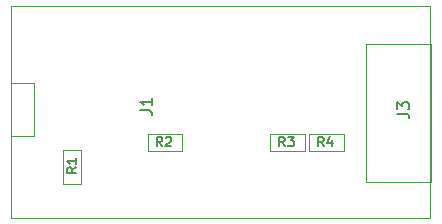
<source format=gbr>
G04 #@! TF.FileFunction,Other,Fab,Top*
%FSLAX46Y46*%
G04 Gerber Fmt 4.6, Leading zero omitted, Abs format (unit mm)*
G04 Created by KiCad (PCBNEW 4.0.1-3.201512221402+6198~38~ubuntu14.04.1-stable) date Wed 17 Aug 2016 03:48:48 PM PDT*
%MOMM*%
G01*
G04 APERTURE LIST*
%ADD10C,0.100000*%
%ADD11C,0.050000*%
%ADD12C,0.150000*%
G04 APERTURE END LIST*
D10*
D11*
X119786000Y-80772000D02*
X117786000Y-80772000D01*
X119786000Y-85272000D02*
X119786000Y-80772000D01*
X117786000Y-85272000D02*
X119786000Y-85272000D01*
X153286000Y-92272000D02*
X153286000Y-74272000D01*
X117786000Y-92272000D02*
X153286000Y-92272000D01*
X117786000Y-74272000D02*
X117786000Y-92272000D01*
X153286000Y-74272000D02*
X117786000Y-74272000D01*
X153396000Y-89179400D02*
X153396000Y-77495400D01*
X147833400Y-89179400D02*
X153396000Y-89179400D01*
X147833400Y-77495400D02*
X153396000Y-77495400D01*
X147833400Y-89179400D02*
X147833400Y-77495400D01*
X122186000Y-89346000D02*
X122186000Y-86446000D01*
X122186000Y-89346000D02*
X123686000Y-89346000D01*
X122186000Y-86446000D02*
X123686000Y-86446000D01*
X123686000Y-89346000D02*
X123686000Y-86446000D01*
X132272000Y-86602000D02*
X129372000Y-86602000D01*
X132272000Y-86602000D02*
X132272000Y-85102000D01*
X129372000Y-86602000D02*
X129372000Y-85102000D01*
X132272000Y-85102000D02*
X129372000Y-85102000D01*
X142662000Y-86602000D02*
X139762000Y-86602000D01*
X142662000Y-86602000D02*
X142662000Y-85102000D01*
X139762000Y-86602000D02*
X139762000Y-85102000D01*
X142662000Y-85102000D02*
X139762000Y-85102000D01*
X145964000Y-86602000D02*
X143064000Y-86602000D01*
X145964000Y-86602000D02*
X145964000Y-85102000D01*
X143064000Y-86602000D02*
X143064000Y-85102000D01*
X145964000Y-85102000D02*
X143064000Y-85102000D01*
D12*
X128738381Y-83105333D02*
X129452667Y-83105333D01*
X129595524Y-83152953D01*
X129690762Y-83248191D01*
X129738381Y-83391048D01*
X129738381Y-83486286D01*
X129738381Y-82105333D02*
X129738381Y-82676762D01*
X129738381Y-82391048D02*
X128738381Y-82391048D01*
X128881238Y-82486286D01*
X128976476Y-82581524D01*
X129024095Y-82676762D01*
X150510381Y-83416733D02*
X151224667Y-83416733D01*
X151367524Y-83464353D01*
X151462762Y-83559591D01*
X151510381Y-83702448D01*
X151510381Y-83797686D01*
X150510381Y-83035781D02*
X150510381Y-82416733D01*
X150891333Y-82750067D01*
X150891333Y-82607209D01*
X150938952Y-82511971D01*
X150986571Y-82464352D01*
X151081810Y-82416733D01*
X151319905Y-82416733D01*
X151415143Y-82464352D01*
X151462762Y-82511971D01*
X151510381Y-82607209D01*
X151510381Y-82892924D01*
X151462762Y-82988162D01*
X151415143Y-83035781D01*
X123337905Y-87939333D02*
X122956952Y-88206000D01*
X123337905Y-88396476D02*
X122537905Y-88396476D01*
X122537905Y-88091714D01*
X122576000Y-88015523D01*
X122614095Y-87977428D01*
X122690286Y-87939333D01*
X122804571Y-87939333D01*
X122880762Y-87977428D01*
X122918857Y-88015523D01*
X122956952Y-88091714D01*
X122956952Y-88396476D01*
X123337905Y-87177428D02*
X123337905Y-87634571D01*
X123337905Y-87406000D02*
X122537905Y-87406000D01*
X122652190Y-87482190D01*
X122728381Y-87558381D01*
X122766476Y-87634571D01*
X130598667Y-86173905D02*
X130332000Y-85792952D01*
X130141524Y-86173905D02*
X130141524Y-85373905D01*
X130446286Y-85373905D01*
X130522477Y-85412000D01*
X130560572Y-85450095D01*
X130598667Y-85526286D01*
X130598667Y-85640571D01*
X130560572Y-85716762D01*
X130522477Y-85754857D01*
X130446286Y-85792952D01*
X130141524Y-85792952D01*
X130903429Y-85450095D02*
X130941524Y-85412000D01*
X131017715Y-85373905D01*
X131208191Y-85373905D01*
X131284381Y-85412000D01*
X131322477Y-85450095D01*
X131360572Y-85526286D01*
X131360572Y-85602476D01*
X131322477Y-85716762D01*
X130865334Y-86173905D01*
X131360572Y-86173905D01*
X140988667Y-86173905D02*
X140722000Y-85792952D01*
X140531524Y-86173905D02*
X140531524Y-85373905D01*
X140836286Y-85373905D01*
X140912477Y-85412000D01*
X140950572Y-85450095D01*
X140988667Y-85526286D01*
X140988667Y-85640571D01*
X140950572Y-85716762D01*
X140912477Y-85754857D01*
X140836286Y-85792952D01*
X140531524Y-85792952D01*
X141255334Y-85373905D02*
X141750572Y-85373905D01*
X141483905Y-85678667D01*
X141598191Y-85678667D01*
X141674381Y-85716762D01*
X141712477Y-85754857D01*
X141750572Y-85831048D01*
X141750572Y-86021524D01*
X141712477Y-86097714D01*
X141674381Y-86135810D01*
X141598191Y-86173905D01*
X141369619Y-86173905D01*
X141293429Y-86135810D01*
X141255334Y-86097714D01*
X144290667Y-86173905D02*
X144024000Y-85792952D01*
X143833524Y-86173905D02*
X143833524Y-85373905D01*
X144138286Y-85373905D01*
X144214477Y-85412000D01*
X144252572Y-85450095D01*
X144290667Y-85526286D01*
X144290667Y-85640571D01*
X144252572Y-85716762D01*
X144214477Y-85754857D01*
X144138286Y-85792952D01*
X143833524Y-85792952D01*
X144976381Y-85640571D02*
X144976381Y-86173905D01*
X144785905Y-85335810D02*
X144595429Y-85907238D01*
X145090667Y-85907238D01*
M02*

</source>
